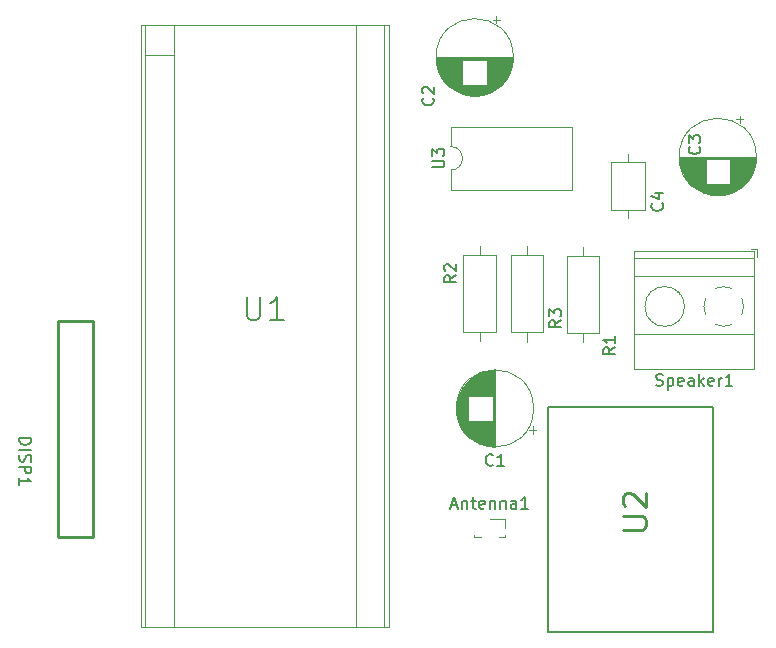
<source format=gbr>
%TF.GenerationSoftware,KiCad,Pcbnew,7.0.5*%
%TF.CreationDate,2023-06-30T21:32:19-07:00*%
%TF.ProjectId,ECE 299 - Radio Clock,45434520-3239-4392-902d-20526164696f,rev?*%
%TF.SameCoordinates,Original*%
%TF.FileFunction,Legend,Top*%
%TF.FilePolarity,Positive*%
%FSLAX46Y46*%
G04 Gerber Fmt 4.6, Leading zero omitted, Abs format (unit mm)*
G04 Created by KiCad (PCBNEW 7.0.5) date 2023-06-30 21:32:19*
%MOMM*%
%LPD*%
G01*
G04 APERTURE LIST*
%ADD10C,0.150000*%
%ADD11C,0.250000*%
%ADD12C,0.120000*%
G04 APERTURE END LIST*
D10*
%TO.C,Speaker1*%
X180443904Y-79311200D02*
X180586761Y-79358819D01*
X180586761Y-79358819D02*
X180824856Y-79358819D01*
X180824856Y-79358819D02*
X180920094Y-79311200D01*
X180920094Y-79311200D02*
X180967713Y-79263580D01*
X180967713Y-79263580D02*
X181015332Y-79168342D01*
X181015332Y-79168342D02*
X181015332Y-79073104D01*
X181015332Y-79073104D02*
X180967713Y-78977866D01*
X180967713Y-78977866D02*
X180920094Y-78930247D01*
X180920094Y-78930247D02*
X180824856Y-78882628D01*
X180824856Y-78882628D02*
X180634380Y-78835009D01*
X180634380Y-78835009D02*
X180539142Y-78787390D01*
X180539142Y-78787390D02*
X180491523Y-78739771D01*
X180491523Y-78739771D02*
X180443904Y-78644533D01*
X180443904Y-78644533D02*
X180443904Y-78549295D01*
X180443904Y-78549295D02*
X180491523Y-78454057D01*
X180491523Y-78454057D02*
X180539142Y-78406438D01*
X180539142Y-78406438D02*
X180634380Y-78358819D01*
X180634380Y-78358819D02*
X180872475Y-78358819D01*
X180872475Y-78358819D02*
X181015332Y-78406438D01*
X181443904Y-78692152D02*
X181443904Y-79692152D01*
X181443904Y-78739771D02*
X181539142Y-78692152D01*
X181539142Y-78692152D02*
X181729618Y-78692152D01*
X181729618Y-78692152D02*
X181824856Y-78739771D01*
X181824856Y-78739771D02*
X181872475Y-78787390D01*
X181872475Y-78787390D02*
X181920094Y-78882628D01*
X181920094Y-78882628D02*
X181920094Y-79168342D01*
X181920094Y-79168342D02*
X181872475Y-79263580D01*
X181872475Y-79263580D02*
X181824856Y-79311200D01*
X181824856Y-79311200D02*
X181729618Y-79358819D01*
X181729618Y-79358819D02*
X181539142Y-79358819D01*
X181539142Y-79358819D02*
X181443904Y-79311200D01*
X182729618Y-79311200D02*
X182634380Y-79358819D01*
X182634380Y-79358819D02*
X182443904Y-79358819D01*
X182443904Y-79358819D02*
X182348666Y-79311200D01*
X182348666Y-79311200D02*
X182301047Y-79215961D01*
X182301047Y-79215961D02*
X182301047Y-78835009D01*
X182301047Y-78835009D02*
X182348666Y-78739771D01*
X182348666Y-78739771D02*
X182443904Y-78692152D01*
X182443904Y-78692152D02*
X182634380Y-78692152D01*
X182634380Y-78692152D02*
X182729618Y-78739771D01*
X182729618Y-78739771D02*
X182777237Y-78835009D01*
X182777237Y-78835009D02*
X182777237Y-78930247D01*
X182777237Y-78930247D02*
X182301047Y-79025485D01*
X183634380Y-79358819D02*
X183634380Y-78835009D01*
X183634380Y-78835009D02*
X183586761Y-78739771D01*
X183586761Y-78739771D02*
X183491523Y-78692152D01*
X183491523Y-78692152D02*
X183301047Y-78692152D01*
X183301047Y-78692152D02*
X183205809Y-78739771D01*
X183634380Y-79311200D02*
X183539142Y-79358819D01*
X183539142Y-79358819D02*
X183301047Y-79358819D01*
X183301047Y-79358819D02*
X183205809Y-79311200D01*
X183205809Y-79311200D02*
X183158190Y-79215961D01*
X183158190Y-79215961D02*
X183158190Y-79120723D01*
X183158190Y-79120723D02*
X183205809Y-79025485D01*
X183205809Y-79025485D02*
X183301047Y-78977866D01*
X183301047Y-78977866D02*
X183539142Y-78977866D01*
X183539142Y-78977866D02*
X183634380Y-78930247D01*
X184110571Y-79358819D02*
X184110571Y-78358819D01*
X184205809Y-78977866D02*
X184491523Y-79358819D01*
X184491523Y-78692152D02*
X184110571Y-79073104D01*
X185301047Y-79311200D02*
X185205809Y-79358819D01*
X185205809Y-79358819D02*
X185015333Y-79358819D01*
X185015333Y-79358819D02*
X184920095Y-79311200D01*
X184920095Y-79311200D02*
X184872476Y-79215961D01*
X184872476Y-79215961D02*
X184872476Y-78835009D01*
X184872476Y-78835009D02*
X184920095Y-78739771D01*
X184920095Y-78739771D02*
X185015333Y-78692152D01*
X185015333Y-78692152D02*
X185205809Y-78692152D01*
X185205809Y-78692152D02*
X185301047Y-78739771D01*
X185301047Y-78739771D02*
X185348666Y-78835009D01*
X185348666Y-78835009D02*
X185348666Y-78930247D01*
X185348666Y-78930247D02*
X184872476Y-79025485D01*
X185777238Y-79358819D02*
X185777238Y-78692152D01*
X185777238Y-78882628D02*
X185824857Y-78787390D01*
X185824857Y-78787390D02*
X185872476Y-78739771D01*
X185872476Y-78739771D02*
X185967714Y-78692152D01*
X185967714Y-78692152D02*
X186062952Y-78692152D01*
X186920095Y-79358819D02*
X186348667Y-79358819D01*
X186634381Y-79358819D02*
X186634381Y-78358819D01*
X186634381Y-78358819D02*
X186539143Y-78501676D01*
X186539143Y-78501676D02*
X186443905Y-78596914D01*
X186443905Y-78596914D02*
X186348667Y-78644533D01*
%TO.C,C1*%
X166643713Y-86039580D02*
X166596094Y-86087200D01*
X166596094Y-86087200D02*
X166453237Y-86134819D01*
X166453237Y-86134819D02*
X166357999Y-86134819D01*
X166357999Y-86134819D02*
X166215142Y-86087200D01*
X166215142Y-86087200D02*
X166119904Y-85991961D01*
X166119904Y-85991961D02*
X166072285Y-85896723D01*
X166072285Y-85896723D02*
X166024666Y-85706247D01*
X166024666Y-85706247D02*
X166024666Y-85563390D01*
X166024666Y-85563390D02*
X166072285Y-85372914D01*
X166072285Y-85372914D02*
X166119904Y-85277676D01*
X166119904Y-85277676D02*
X166215142Y-85182438D01*
X166215142Y-85182438D02*
X166357999Y-85134819D01*
X166357999Y-85134819D02*
X166453237Y-85134819D01*
X166453237Y-85134819D02*
X166596094Y-85182438D01*
X166596094Y-85182438D02*
X166643713Y-85230057D01*
X167596094Y-86134819D02*
X167024666Y-86134819D01*
X167310380Y-86134819D02*
X167310380Y-85134819D01*
X167310380Y-85134819D02*
X167215142Y-85277676D01*
X167215142Y-85277676D02*
X167119904Y-85372914D01*
X167119904Y-85372914D02*
X167024666Y-85420533D01*
%TO.C,R3*%
X172412819Y-73826666D02*
X171936628Y-74159999D01*
X172412819Y-74398094D02*
X171412819Y-74398094D01*
X171412819Y-74398094D02*
X171412819Y-74017142D01*
X171412819Y-74017142D02*
X171460438Y-73921904D01*
X171460438Y-73921904D02*
X171508057Y-73874285D01*
X171508057Y-73874285D02*
X171603295Y-73826666D01*
X171603295Y-73826666D02*
X171746152Y-73826666D01*
X171746152Y-73826666D02*
X171841390Y-73874285D01*
X171841390Y-73874285D02*
X171889009Y-73921904D01*
X171889009Y-73921904D02*
X171936628Y-74017142D01*
X171936628Y-74017142D02*
X171936628Y-74398094D01*
X171412819Y-73493332D02*
X171412819Y-72874285D01*
X171412819Y-72874285D02*
X171793771Y-73207618D01*
X171793771Y-73207618D02*
X171793771Y-73064761D01*
X171793771Y-73064761D02*
X171841390Y-72969523D01*
X171841390Y-72969523D02*
X171889009Y-72921904D01*
X171889009Y-72921904D02*
X171984247Y-72874285D01*
X171984247Y-72874285D02*
X172222342Y-72874285D01*
X172222342Y-72874285D02*
X172317580Y-72921904D01*
X172317580Y-72921904D02*
X172365200Y-72969523D01*
X172365200Y-72969523D02*
X172412819Y-73064761D01*
X172412819Y-73064761D02*
X172412819Y-73350475D01*
X172412819Y-73350475D02*
X172365200Y-73445713D01*
X172365200Y-73445713D02*
X172317580Y-73493332D01*
%TO.C,R2*%
X163522819Y-70016666D02*
X163046628Y-70349999D01*
X163522819Y-70588094D02*
X162522819Y-70588094D01*
X162522819Y-70588094D02*
X162522819Y-70207142D01*
X162522819Y-70207142D02*
X162570438Y-70111904D01*
X162570438Y-70111904D02*
X162618057Y-70064285D01*
X162618057Y-70064285D02*
X162713295Y-70016666D01*
X162713295Y-70016666D02*
X162856152Y-70016666D01*
X162856152Y-70016666D02*
X162951390Y-70064285D01*
X162951390Y-70064285D02*
X162999009Y-70111904D01*
X162999009Y-70111904D02*
X163046628Y-70207142D01*
X163046628Y-70207142D02*
X163046628Y-70588094D01*
X162618057Y-69635713D02*
X162570438Y-69588094D01*
X162570438Y-69588094D02*
X162522819Y-69492856D01*
X162522819Y-69492856D02*
X162522819Y-69254761D01*
X162522819Y-69254761D02*
X162570438Y-69159523D01*
X162570438Y-69159523D02*
X162618057Y-69111904D01*
X162618057Y-69111904D02*
X162713295Y-69064285D01*
X162713295Y-69064285D02*
X162808533Y-69064285D01*
X162808533Y-69064285D02*
X162951390Y-69111904D01*
X162951390Y-69111904D02*
X163522819Y-69683332D01*
X163522819Y-69683332D02*
X163522819Y-69064285D01*
D11*
%TO.C,U2*%
X177626638Y-91541409D02*
X179245685Y-91541409D01*
X179245685Y-91541409D02*
X179436161Y-91446171D01*
X179436161Y-91446171D02*
X179531400Y-91350933D01*
X179531400Y-91350933D02*
X179626638Y-91160457D01*
X179626638Y-91160457D02*
X179626638Y-90779504D01*
X179626638Y-90779504D02*
X179531400Y-90589028D01*
X179531400Y-90589028D02*
X179436161Y-90493790D01*
X179436161Y-90493790D02*
X179245685Y-90398552D01*
X179245685Y-90398552D02*
X177626638Y-90398552D01*
X177817114Y-89541409D02*
X177721876Y-89446171D01*
X177721876Y-89446171D02*
X177626638Y-89255695D01*
X177626638Y-89255695D02*
X177626638Y-88779504D01*
X177626638Y-88779504D02*
X177721876Y-88589028D01*
X177721876Y-88589028D02*
X177817114Y-88493790D01*
X177817114Y-88493790D02*
X178007590Y-88398552D01*
X178007590Y-88398552D02*
X178198066Y-88398552D01*
X178198066Y-88398552D02*
X178483780Y-88493790D01*
X178483780Y-88493790D02*
X179626638Y-89636647D01*
X179626638Y-89636647D02*
X179626638Y-88398552D01*
D10*
%TO.C,C3*%
X184110247Y-59109353D02*
X184157867Y-59156972D01*
X184157867Y-59156972D02*
X184205486Y-59299829D01*
X184205486Y-59299829D02*
X184205486Y-59395067D01*
X184205486Y-59395067D02*
X184157867Y-59537924D01*
X184157867Y-59537924D02*
X184062628Y-59633162D01*
X184062628Y-59633162D02*
X183967390Y-59680781D01*
X183967390Y-59680781D02*
X183776914Y-59728400D01*
X183776914Y-59728400D02*
X183634057Y-59728400D01*
X183634057Y-59728400D02*
X183443581Y-59680781D01*
X183443581Y-59680781D02*
X183348343Y-59633162D01*
X183348343Y-59633162D02*
X183253105Y-59537924D01*
X183253105Y-59537924D02*
X183205486Y-59395067D01*
X183205486Y-59395067D02*
X183205486Y-59299829D01*
X183205486Y-59299829D02*
X183253105Y-59156972D01*
X183253105Y-59156972D02*
X183300724Y-59109353D01*
X183205486Y-58776019D02*
X183205486Y-58156972D01*
X183205486Y-58156972D02*
X183586438Y-58490305D01*
X183586438Y-58490305D02*
X183586438Y-58347448D01*
X183586438Y-58347448D02*
X183634057Y-58252210D01*
X183634057Y-58252210D02*
X183681676Y-58204591D01*
X183681676Y-58204591D02*
X183776914Y-58156972D01*
X183776914Y-58156972D02*
X184015009Y-58156972D01*
X184015009Y-58156972D02*
X184110247Y-58204591D01*
X184110247Y-58204591D02*
X184157867Y-58252210D01*
X184157867Y-58252210D02*
X184205486Y-58347448D01*
X184205486Y-58347448D02*
X184205486Y-58633162D01*
X184205486Y-58633162D02*
X184157867Y-58728400D01*
X184157867Y-58728400D02*
X184110247Y-58776019D01*
%TO.C,DISP1*%
X126545180Y-83772619D02*
X127545180Y-83772619D01*
X127545180Y-83772619D02*
X127545180Y-84010714D01*
X127545180Y-84010714D02*
X127497561Y-84153571D01*
X127497561Y-84153571D02*
X127402323Y-84248809D01*
X127402323Y-84248809D02*
X127307085Y-84296428D01*
X127307085Y-84296428D02*
X127116609Y-84344047D01*
X127116609Y-84344047D02*
X126973752Y-84344047D01*
X126973752Y-84344047D02*
X126783276Y-84296428D01*
X126783276Y-84296428D02*
X126688038Y-84248809D01*
X126688038Y-84248809D02*
X126592800Y-84153571D01*
X126592800Y-84153571D02*
X126545180Y-84010714D01*
X126545180Y-84010714D02*
X126545180Y-83772619D01*
X126545180Y-84772619D02*
X127545180Y-84772619D01*
X126592800Y-85201190D02*
X126545180Y-85344047D01*
X126545180Y-85344047D02*
X126545180Y-85582142D01*
X126545180Y-85582142D02*
X126592800Y-85677380D01*
X126592800Y-85677380D02*
X126640419Y-85724999D01*
X126640419Y-85724999D02*
X126735657Y-85772618D01*
X126735657Y-85772618D02*
X126830895Y-85772618D01*
X126830895Y-85772618D02*
X126926133Y-85724999D01*
X126926133Y-85724999D02*
X126973752Y-85677380D01*
X126973752Y-85677380D02*
X127021371Y-85582142D01*
X127021371Y-85582142D02*
X127068990Y-85391666D01*
X127068990Y-85391666D02*
X127116609Y-85296428D01*
X127116609Y-85296428D02*
X127164228Y-85248809D01*
X127164228Y-85248809D02*
X127259466Y-85201190D01*
X127259466Y-85201190D02*
X127354704Y-85201190D01*
X127354704Y-85201190D02*
X127449942Y-85248809D01*
X127449942Y-85248809D02*
X127497561Y-85296428D01*
X127497561Y-85296428D02*
X127545180Y-85391666D01*
X127545180Y-85391666D02*
X127545180Y-85629761D01*
X127545180Y-85629761D02*
X127497561Y-85772618D01*
X126545180Y-86201190D02*
X127545180Y-86201190D01*
X127545180Y-86201190D02*
X127545180Y-86582142D01*
X127545180Y-86582142D02*
X127497561Y-86677380D01*
X127497561Y-86677380D02*
X127449942Y-86724999D01*
X127449942Y-86724999D02*
X127354704Y-86772618D01*
X127354704Y-86772618D02*
X127211847Y-86772618D01*
X127211847Y-86772618D02*
X127116609Y-86724999D01*
X127116609Y-86724999D02*
X127068990Y-86677380D01*
X127068990Y-86677380D02*
X127021371Y-86582142D01*
X127021371Y-86582142D02*
X127021371Y-86201190D01*
X126545180Y-87724999D02*
X126545180Y-87153571D01*
X126545180Y-87439285D02*
X127545180Y-87439285D01*
X127545180Y-87439285D02*
X127402323Y-87344047D01*
X127402323Y-87344047D02*
X127307085Y-87248809D01*
X127307085Y-87248809D02*
X127259466Y-87153571D01*
%TO.C,C2*%
X161547980Y-54990666D02*
X161595600Y-55038285D01*
X161595600Y-55038285D02*
X161643219Y-55181142D01*
X161643219Y-55181142D02*
X161643219Y-55276380D01*
X161643219Y-55276380D02*
X161595600Y-55419237D01*
X161595600Y-55419237D02*
X161500361Y-55514475D01*
X161500361Y-55514475D02*
X161405123Y-55562094D01*
X161405123Y-55562094D02*
X161214647Y-55609713D01*
X161214647Y-55609713D02*
X161071790Y-55609713D01*
X161071790Y-55609713D02*
X160881314Y-55562094D01*
X160881314Y-55562094D02*
X160786076Y-55514475D01*
X160786076Y-55514475D02*
X160690838Y-55419237D01*
X160690838Y-55419237D02*
X160643219Y-55276380D01*
X160643219Y-55276380D02*
X160643219Y-55181142D01*
X160643219Y-55181142D02*
X160690838Y-55038285D01*
X160690838Y-55038285D02*
X160738457Y-54990666D01*
X160738457Y-54609713D02*
X160690838Y-54562094D01*
X160690838Y-54562094D02*
X160643219Y-54466856D01*
X160643219Y-54466856D02*
X160643219Y-54228761D01*
X160643219Y-54228761D02*
X160690838Y-54133523D01*
X160690838Y-54133523D02*
X160738457Y-54085904D01*
X160738457Y-54085904D02*
X160833695Y-54038285D01*
X160833695Y-54038285D02*
X160928933Y-54038285D01*
X160928933Y-54038285D02*
X161071790Y-54085904D01*
X161071790Y-54085904D02*
X161643219Y-54657332D01*
X161643219Y-54657332D02*
X161643219Y-54038285D01*
%TO.C,U1*%
X145796190Y-71815438D02*
X145796190Y-73434485D01*
X145796190Y-73434485D02*
X145891428Y-73624961D01*
X145891428Y-73624961D02*
X145986666Y-73720200D01*
X145986666Y-73720200D02*
X146177142Y-73815438D01*
X146177142Y-73815438D02*
X146558095Y-73815438D01*
X146558095Y-73815438D02*
X146748571Y-73720200D01*
X146748571Y-73720200D02*
X146843809Y-73624961D01*
X146843809Y-73624961D02*
X146939047Y-73434485D01*
X146939047Y-73434485D02*
X146939047Y-71815438D01*
X148939047Y-73815438D02*
X147796190Y-73815438D01*
X148367618Y-73815438D02*
X148367618Y-71815438D01*
X148367618Y-71815438D02*
X148177142Y-72101152D01*
X148177142Y-72101152D02*
X147986666Y-72291628D01*
X147986666Y-72291628D02*
X147796190Y-72386866D01*
%TO.C,R1*%
X176984819Y-76112666D02*
X176508628Y-76445999D01*
X176984819Y-76684094D02*
X175984819Y-76684094D01*
X175984819Y-76684094D02*
X175984819Y-76303142D01*
X175984819Y-76303142D02*
X176032438Y-76207904D01*
X176032438Y-76207904D02*
X176080057Y-76160285D01*
X176080057Y-76160285D02*
X176175295Y-76112666D01*
X176175295Y-76112666D02*
X176318152Y-76112666D01*
X176318152Y-76112666D02*
X176413390Y-76160285D01*
X176413390Y-76160285D02*
X176461009Y-76207904D01*
X176461009Y-76207904D02*
X176508628Y-76303142D01*
X176508628Y-76303142D02*
X176508628Y-76684094D01*
X176984819Y-75160285D02*
X176984819Y-75731713D01*
X176984819Y-75445999D02*
X175984819Y-75445999D01*
X175984819Y-75445999D02*
X176127676Y-75541237D01*
X176127676Y-75541237D02*
X176222914Y-75636475D01*
X176222914Y-75636475D02*
X176270533Y-75731713D01*
%TO.C,C4*%
X180953580Y-63920666D02*
X181001200Y-63968285D01*
X181001200Y-63968285D02*
X181048819Y-64111142D01*
X181048819Y-64111142D02*
X181048819Y-64206380D01*
X181048819Y-64206380D02*
X181001200Y-64349237D01*
X181001200Y-64349237D02*
X180905961Y-64444475D01*
X180905961Y-64444475D02*
X180810723Y-64492094D01*
X180810723Y-64492094D02*
X180620247Y-64539713D01*
X180620247Y-64539713D02*
X180477390Y-64539713D01*
X180477390Y-64539713D02*
X180286914Y-64492094D01*
X180286914Y-64492094D02*
X180191676Y-64444475D01*
X180191676Y-64444475D02*
X180096438Y-64349237D01*
X180096438Y-64349237D02*
X180048819Y-64206380D01*
X180048819Y-64206380D02*
X180048819Y-64111142D01*
X180048819Y-64111142D02*
X180096438Y-63968285D01*
X180096438Y-63968285D02*
X180144057Y-63920666D01*
X180382152Y-63063523D02*
X181048819Y-63063523D01*
X180001200Y-63301618D02*
X180715485Y-63539713D01*
X180715485Y-63539713D02*
X180715485Y-62920666D01*
%TO.C,U3*%
X161516799Y-60861484D02*
X162326322Y-60861484D01*
X162326322Y-60861484D02*
X162421560Y-60813865D01*
X162421560Y-60813865D02*
X162469180Y-60766246D01*
X162469180Y-60766246D02*
X162516799Y-60671008D01*
X162516799Y-60671008D02*
X162516799Y-60480532D01*
X162516799Y-60480532D02*
X162469180Y-60385294D01*
X162469180Y-60385294D02*
X162421560Y-60337675D01*
X162421560Y-60337675D02*
X162326322Y-60290056D01*
X162326322Y-60290056D02*
X161516799Y-60290056D01*
X161516799Y-59909103D02*
X161516799Y-59290056D01*
X161516799Y-59290056D02*
X161897751Y-59623389D01*
X161897751Y-59623389D02*
X161897751Y-59480532D01*
X161897751Y-59480532D02*
X161945370Y-59385294D01*
X161945370Y-59385294D02*
X161992989Y-59337675D01*
X161992989Y-59337675D02*
X162088227Y-59290056D01*
X162088227Y-59290056D02*
X162326322Y-59290056D01*
X162326322Y-59290056D02*
X162421560Y-59337675D01*
X162421560Y-59337675D02*
X162469180Y-59385294D01*
X162469180Y-59385294D02*
X162516799Y-59480532D01*
X162516799Y-59480532D02*
X162516799Y-59766246D01*
X162516799Y-59766246D02*
X162469180Y-59861484D01*
X162469180Y-59861484D02*
X162421560Y-59909103D01*
%TO.C,Antenna1*%
X163132904Y-89474104D02*
X163609094Y-89474104D01*
X163037666Y-89759819D02*
X163370999Y-88759819D01*
X163370999Y-88759819D02*
X163704332Y-89759819D01*
X164037666Y-89093152D02*
X164037666Y-89759819D01*
X164037666Y-89188390D02*
X164085285Y-89140771D01*
X164085285Y-89140771D02*
X164180523Y-89093152D01*
X164180523Y-89093152D02*
X164323380Y-89093152D01*
X164323380Y-89093152D02*
X164418618Y-89140771D01*
X164418618Y-89140771D02*
X164466237Y-89236009D01*
X164466237Y-89236009D02*
X164466237Y-89759819D01*
X164799571Y-89093152D02*
X165180523Y-89093152D01*
X164942428Y-88759819D02*
X164942428Y-89616961D01*
X164942428Y-89616961D02*
X164990047Y-89712200D01*
X164990047Y-89712200D02*
X165085285Y-89759819D01*
X165085285Y-89759819D02*
X165180523Y-89759819D01*
X165894809Y-89712200D02*
X165799571Y-89759819D01*
X165799571Y-89759819D02*
X165609095Y-89759819D01*
X165609095Y-89759819D02*
X165513857Y-89712200D01*
X165513857Y-89712200D02*
X165466238Y-89616961D01*
X165466238Y-89616961D02*
X165466238Y-89236009D01*
X165466238Y-89236009D02*
X165513857Y-89140771D01*
X165513857Y-89140771D02*
X165609095Y-89093152D01*
X165609095Y-89093152D02*
X165799571Y-89093152D01*
X165799571Y-89093152D02*
X165894809Y-89140771D01*
X165894809Y-89140771D02*
X165942428Y-89236009D01*
X165942428Y-89236009D02*
X165942428Y-89331247D01*
X165942428Y-89331247D02*
X165466238Y-89426485D01*
X166371000Y-89093152D02*
X166371000Y-89759819D01*
X166371000Y-89188390D02*
X166418619Y-89140771D01*
X166418619Y-89140771D02*
X166513857Y-89093152D01*
X166513857Y-89093152D02*
X166656714Y-89093152D01*
X166656714Y-89093152D02*
X166751952Y-89140771D01*
X166751952Y-89140771D02*
X166799571Y-89236009D01*
X166799571Y-89236009D02*
X166799571Y-89759819D01*
X167275762Y-89093152D02*
X167275762Y-89759819D01*
X167275762Y-89188390D02*
X167323381Y-89140771D01*
X167323381Y-89140771D02*
X167418619Y-89093152D01*
X167418619Y-89093152D02*
X167561476Y-89093152D01*
X167561476Y-89093152D02*
X167656714Y-89140771D01*
X167656714Y-89140771D02*
X167704333Y-89236009D01*
X167704333Y-89236009D02*
X167704333Y-89759819D01*
X168609095Y-89759819D02*
X168609095Y-89236009D01*
X168609095Y-89236009D02*
X168561476Y-89140771D01*
X168561476Y-89140771D02*
X168466238Y-89093152D01*
X168466238Y-89093152D02*
X168275762Y-89093152D01*
X168275762Y-89093152D02*
X168180524Y-89140771D01*
X168609095Y-89712200D02*
X168513857Y-89759819D01*
X168513857Y-89759819D02*
X168275762Y-89759819D01*
X168275762Y-89759819D02*
X168180524Y-89712200D01*
X168180524Y-89712200D02*
X168132905Y-89616961D01*
X168132905Y-89616961D02*
X168132905Y-89521723D01*
X168132905Y-89521723D02*
X168180524Y-89426485D01*
X168180524Y-89426485D02*
X168275762Y-89378866D01*
X168275762Y-89378866D02*
X168513857Y-89378866D01*
X168513857Y-89378866D02*
X168609095Y-89331247D01*
X169609095Y-89759819D02*
X169037667Y-89759819D01*
X169323381Y-89759819D02*
X169323381Y-88759819D01*
X169323381Y-88759819D02*
X169228143Y-88902676D01*
X169228143Y-88902676D02*
X169132905Y-88997914D01*
X169132905Y-88997914D02*
X169037667Y-89045533D01*
D12*
%TO.C,Speaker1*%
X188742000Y-77905000D02*
X178622000Y-77905000D01*
X188982000Y-67744000D02*
X188482000Y-67744000D01*
X188742000Y-67984000D02*
X178622000Y-67984000D01*
X182409000Y-71621000D02*
X182456000Y-71575000D01*
X188742000Y-70044000D02*
X178622000Y-70044000D01*
X182216000Y-71405000D02*
X182251000Y-71370000D01*
X188982000Y-68484000D02*
X188982000Y-67744000D01*
X188742000Y-77905000D02*
X188742000Y-67984000D01*
X178622000Y-77905000D02*
X178622000Y-67984000D01*
X179907000Y-73713000D02*
X179954000Y-73667000D01*
X180112000Y-73919000D02*
X180147000Y-73883000D01*
X188742000Y-74945000D02*
X178622000Y-74945000D01*
X188742000Y-68544000D02*
X178622000Y-68544000D01*
X184647000Y-71960000D02*
G75*
G03*
X184646574Y-73327042I1535000J-684000D01*
G01*
X186866000Y-71109001D02*
G75*
G03*
X186153195Y-70963748I-683999J-1535000D01*
G01*
X186182000Y-70964001D02*
G75*
G03*
X185498682Y-71109245I0J-1679999D01*
G01*
X187716999Y-73327999D02*
G75*
G03*
X187717426Y-71960958I-1534992J684000D01*
G01*
X185498001Y-74178999D02*
G75*
G03*
X186865042Y-74179426I684000J1534992D01*
G01*
X182862000Y-72644000D02*
G75*
G03*
X182862000Y-72644000I-1680000J0D01*
G01*
%TO.C,C1*%
X164809380Y-80240000D02*
X164809380Y-78732000D01*
X165329380Y-80240000D02*
X165329380Y-78404000D01*
X165729380Y-84327000D02*
X165729380Y-82320000D01*
X164169380Y-83170000D02*
X164169380Y-79390000D01*
X166009380Y-84411000D02*
X166009380Y-82320000D01*
X166730380Y-84510000D02*
X166730380Y-78050000D01*
X165929380Y-80240000D02*
X165929380Y-78170000D01*
X165809380Y-80240000D02*
X165809380Y-78206000D01*
X166770380Y-84510000D02*
X166770380Y-78050000D01*
X164129380Y-83114000D02*
X164129380Y-79446000D01*
X164249380Y-83275000D02*
X164249380Y-79285000D01*
X166250380Y-80240000D02*
X166250380Y-78098000D01*
X165209380Y-80240000D02*
X165209380Y-78468000D01*
X165289380Y-84136000D02*
X165289380Y-82320000D01*
X164529380Y-83585000D02*
X164529380Y-82320000D01*
X166250380Y-84462000D02*
X166250380Y-82320000D01*
X163649380Y-82082000D02*
X163649380Y-80478000D01*
X166690380Y-84508000D02*
X166690380Y-78052000D01*
X165169380Y-80240000D02*
X165169380Y-78490000D01*
X170310621Y-83119000D02*
X169680621Y-83119000D01*
X165089380Y-80240000D02*
X165089380Y-78538000D01*
X163569380Y-81682000D02*
X163569380Y-80878000D01*
X166170380Y-80240000D02*
X166170380Y-78113000D01*
X165569380Y-80240000D02*
X165569380Y-78294000D01*
X165209380Y-84092000D02*
X165209380Y-82320000D01*
X165049380Y-80240000D02*
X165049380Y-78564000D01*
X166290380Y-80240000D02*
X166290380Y-78091000D01*
X163929380Y-82789000D02*
X163929380Y-79771000D01*
X164449380Y-83504000D02*
X164449380Y-79056000D01*
X165649380Y-80240000D02*
X165649380Y-78262000D01*
X164729380Y-83764000D02*
X164729380Y-82320000D01*
X164009380Y-82930000D02*
X164009380Y-79630000D01*
X166210380Y-80240000D02*
X166210380Y-78105000D01*
X166530380Y-80240000D02*
X166530380Y-78062000D01*
X164969380Y-83944000D02*
X164969380Y-82320000D01*
X163889380Y-82712000D02*
X163889380Y-79848000D01*
X166370380Y-84481000D02*
X166370380Y-82320000D01*
X165249380Y-84114000D02*
X165249380Y-82320000D01*
X166009380Y-80240000D02*
X166009380Y-78149000D01*
X166570380Y-84502000D02*
X166570380Y-82320000D01*
X164649380Y-83696000D02*
X164649380Y-82320000D01*
X165009380Y-83970000D02*
X165009380Y-82320000D01*
X164089380Y-83056000D02*
X164089380Y-79504000D01*
X164929380Y-80240000D02*
X164929380Y-78644000D01*
X163609380Y-81913000D02*
X163609380Y-80647000D01*
X164529380Y-80240000D02*
X164529380Y-78975000D01*
X164849380Y-80240000D02*
X164849380Y-78702000D01*
X166490380Y-80240000D02*
X166490380Y-78065000D01*
X165529380Y-84250000D02*
X165529380Y-82320000D01*
X166490380Y-84495000D02*
X166490380Y-82320000D01*
X165169380Y-84070000D02*
X165169380Y-82320000D01*
X165489380Y-84232000D02*
X165489380Y-82320000D01*
X165129380Y-80240000D02*
X165129380Y-78514000D01*
X164369380Y-83417000D02*
X164369380Y-79143000D01*
X164889380Y-83887000D02*
X164889380Y-82320000D01*
X166049380Y-80240000D02*
X166049380Y-78139000D01*
X165529380Y-80240000D02*
X165529380Y-78310000D01*
X165409380Y-80240000D02*
X165409380Y-78364000D01*
X164289380Y-83324000D02*
X164289380Y-79236000D01*
X164329380Y-83372000D02*
X164329380Y-79188000D01*
X165489380Y-80240000D02*
X165489380Y-78328000D01*
X164569380Y-83623000D02*
X164569380Y-82320000D01*
X165849380Y-80240000D02*
X165849380Y-78194000D01*
X163849380Y-82630000D02*
X163849380Y-79930000D01*
X166089380Y-84430000D02*
X166089380Y-82320000D01*
X165449380Y-84214000D02*
X165449380Y-82320000D01*
X164569380Y-80240000D02*
X164569380Y-78937000D01*
X165649380Y-84298000D02*
X165649380Y-82320000D01*
X165289380Y-80240000D02*
X165289380Y-78424000D01*
X166330380Y-80240000D02*
X166330380Y-78085000D01*
X165929380Y-84390000D02*
X165929380Y-82320000D01*
X164889380Y-80240000D02*
X164889380Y-78673000D01*
X164649380Y-80240000D02*
X164649380Y-78864000D01*
X165689380Y-84313000D02*
X165689380Y-82320000D01*
X166089380Y-80240000D02*
X166089380Y-78130000D01*
X169995621Y-83434000D02*
X169995621Y-82804000D01*
X165249380Y-80240000D02*
X165249380Y-78446000D01*
X164049380Y-82994000D02*
X164049380Y-79566000D01*
X164609380Y-83660000D02*
X164609380Y-82320000D01*
X163969380Y-82861000D02*
X163969380Y-79699000D01*
X166210380Y-84455000D02*
X166210380Y-82320000D01*
X163729380Y-82339000D02*
X163729380Y-80221000D01*
X163689380Y-82220000D02*
X163689380Y-80340000D01*
X166370380Y-80240000D02*
X166370380Y-78079000D01*
X165369380Y-84176000D02*
X165369380Y-82320000D01*
X165769380Y-80240000D02*
X165769380Y-78219000D01*
X166290380Y-84469000D02*
X166290380Y-82320000D01*
X166130380Y-84439000D02*
X166130380Y-82320000D01*
X165889380Y-84378000D02*
X165889380Y-82320000D01*
X166810380Y-84510000D02*
X166810380Y-78050000D01*
X165969380Y-80240000D02*
X165969380Y-78159000D01*
X165129380Y-84046000D02*
X165129380Y-82320000D01*
X165969380Y-84401000D02*
X165969380Y-82320000D01*
X165689380Y-80240000D02*
X165689380Y-78247000D01*
X166049380Y-84421000D02*
X166049380Y-82320000D01*
X166530380Y-84498000D02*
X166530380Y-82320000D01*
X164689380Y-83730000D02*
X164689380Y-82320000D01*
X164489380Y-83545000D02*
X164489380Y-79015000D01*
X165369380Y-80240000D02*
X165369380Y-78384000D01*
X164849380Y-83858000D02*
X164849380Y-82320000D01*
X166570380Y-80240000D02*
X166570380Y-78058000D01*
X165849380Y-84366000D02*
X165849380Y-82320000D01*
X165889380Y-80240000D02*
X165889380Y-78182000D01*
X163769380Y-82445000D02*
X163769380Y-80115000D01*
X164929380Y-83916000D02*
X164929380Y-82320000D01*
X164769380Y-80240000D02*
X164769380Y-78764000D01*
X165729380Y-80240000D02*
X165729380Y-78233000D01*
X164409380Y-83462000D02*
X164409380Y-79098000D01*
X164209380Y-83224000D02*
X164209380Y-79336000D01*
X163809380Y-82542000D02*
X163809380Y-80018000D01*
X166410380Y-80240000D02*
X166410380Y-78074000D01*
X164609380Y-80240000D02*
X164609380Y-78900000D01*
X165089380Y-84022000D02*
X165089380Y-82320000D01*
X166170380Y-84447000D02*
X166170380Y-82320000D01*
X165449380Y-80240000D02*
X165449380Y-78346000D01*
X166650380Y-84507000D02*
X166650380Y-78053000D01*
X164729380Y-80240000D02*
X164729380Y-78796000D01*
X165009380Y-80240000D02*
X165009380Y-78590000D01*
X164809380Y-83828000D02*
X164809380Y-82320000D01*
X166450380Y-80240000D02*
X166450380Y-78069000D01*
X165329380Y-84156000D02*
X165329380Y-82320000D01*
X164969380Y-80240000D02*
X164969380Y-78616000D01*
X166410380Y-84486000D02*
X166410380Y-82320000D01*
X164769380Y-83796000D02*
X164769380Y-82320000D01*
X165569380Y-84266000D02*
X165569380Y-82320000D01*
X165809380Y-84354000D02*
X165809380Y-82320000D01*
X165769380Y-84341000D02*
X165769380Y-82320000D01*
X166450380Y-84491000D02*
X166450380Y-82320000D01*
X165609380Y-84282000D02*
X165609380Y-82320000D01*
X165609380Y-80240000D02*
X165609380Y-78278000D01*
X166330380Y-84475000D02*
X166330380Y-82320000D01*
X165409380Y-84196000D02*
X165409380Y-82320000D01*
X166130380Y-80240000D02*
X166130380Y-78121000D01*
X164689380Y-80240000D02*
X164689380Y-78830000D01*
X165049380Y-83996000D02*
X165049380Y-82320000D01*
X166610380Y-84504000D02*
X166610380Y-78056000D01*
X170080380Y-81280000D02*
G75*
G03*
X170080380Y-81280000I-3270000J0D01*
G01*
%TO.C,R3*%
X169522780Y-75617200D02*
X169522780Y-74847200D01*
X168152780Y-74847200D02*
X170892780Y-74847200D01*
X170892780Y-74847200D02*
X170892780Y-68307200D01*
X168152780Y-68307200D02*
X168152780Y-74847200D01*
X170892780Y-68307200D02*
X168152780Y-68307200D01*
X169522780Y-67537200D02*
X169522780Y-68307200D01*
%TO.C,R2*%
X165509580Y-67486400D02*
X165509580Y-68256400D01*
X166879580Y-68256400D02*
X164139580Y-68256400D01*
X164139580Y-68256400D02*
X164139580Y-74796400D01*
X166879580Y-74796400D02*
X166879580Y-68256400D01*
X164139580Y-74796400D02*
X166879580Y-74796400D01*
X165509580Y-75566400D02*
X165509580Y-74796400D01*
D10*
%TO.C,U2*%
X171308000Y-100178000D02*
X185308000Y-100178000D01*
X185308000Y-100178000D02*
X185308000Y-81178000D01*
X185308000Y-81178000D02*
X171308000Y-81178000D01*
X171308000Y-81178000D02*
X171308000Y-100178000D01*
D12*
%TO.C,C3*%
X187516887Y-56478446D02*
X187516887Y-57108446D01*
X187831887Y-56793446D02*
X187201887Y-56793446D01*
X188907887Y-59978687D02*
X182447887Y-59978687D01*
X188907887Y-60018687D02*
X182447887Y-60018687D01*
X188907887Y-60058687D02*
X182447887Y-60058687D01*
X188905887Y-60098687D02*
X182449887Y-60098687D01*
X188904887Y-60138687D02*
X182450887Y-60138687D01*
X188901887Y-60178687D02*
X182453887Y-60178687D01*
X188899887Y-60218687D02*
X186717887Y-60218687D01*
X184637887Y-60218687D02*
X182455887Y-60218687D01*
X188895887Y-60258687D02*
X186717887Y-60258687D01*
X184637887Y-60258687D02*
X182459887Y-60258687D01*
X188892887Y-60298687D02*
X186717887Y-60298687D01*
X184637887Y-60298687D02*
X182462887Y-60298687D01*
X188888887Y-60338687D02*
X186717887Y-60338687D01*
X184637887Y-60338687D02*
X182466887Y-60338687D01*
X188883887Y-60378687D02*
X186717887Y-60378687D01*
X184637887Y-60378687D02*
X182471887Y-60378687D01*
X188878887Y-60418687D02*
X186717887Y-60418687D01*
X184637887Y-60418687D02*
X182476887Y-60418687D01*
X188872887Y-60458687D02*
X186717887Y-60458687D01*
X184637887Y-60458687D02*
X182482887Y-60458687D01*
X188866887Y-60498687D02*
X186717887Y-60498687D01*
X184637887Y-60498687D02*
X182488887Y-60498687D01*
X188859887Y-60538687D02*
X186717887Y-60538687D01*
X184637887Y-60538687D02*
X182495887Y-60538687D01*
X188852887Y-60578687D02*
X186717887Y-60578687D01*
X184637887Y-60578687D02*
X182502887Y-60578687D01*
X188844887Y-60618687D02*
X186717887Y-60618687D01*
X184637887Y-60618687D02*
X182510887Y-60618687D01*
X188836887Y-60658687D02*
X186717887Y-60658687D01*
X184637887Y-60658687D02*
X182518887Y-60658687D01*
X188827887Y-60699687D02*
X186717887Y-60699687D01*
X184637887Y-60699687D02*
X182527887Y-60699687D01*
X188818887Y-60739687D02*
X186717887Y-60739687D01*
X184637887Y-60739687D02*
X182536887Y-60739687D01*
X188808887Y-60779687D02*
X186717887Y-60779687D01*
X184637887Y-60779687D02*
X182546887Y-60779687D01*
X188798887Y-60819687D02*
X186717887Y-60819687D01*
X184637887Y-60819687D02*
X182556887Y-60819687D01*
X188787887Y-60859687D02*
X186717887Y-60859687D01*
X184637887Y-60859687D02*
X182567887Y-60859687D01*
X188775887Y-60899687D02*
X186717887Y-60899687D01*
X184637887Y-60899687D02*
X182579887Y-60899687D01*
X188763887Y-60939687D02*
X186717887Y-60939687D01*
X184637887Y-60939687D02*
X182591887Y-60939687D01*
X188751887Y-60979687D02*
X186717887Y-60979687D01*
X184637887Y-60979687D02*
X182603887Y-60979687D01*
X188738887Y-61019687D02*
X186717887Y-61019687D01*
X184637887Y-61019687D02*
X182616887Y-61019687D01*
X188724887Y-61059687D02*
X186717887Y-61059687D01*
X184637887Y-61059687D02*
X182630887Y-61059687D01*
X188710887Y-61099687D02*
X186717887Y-61099687D01*
X184637887Y-61099687D02*
X182644887Y-61099687D01*
X188695887Y-61139687D02*
X186717887Y-61139687D01*
X184637887Y-61139687D02*
X182659887Y-61139687D01*
X188679887Y-61179687D02*
X186717887Y-61179687D01*
X184637887Y-61179687D02*
X182675887Y-61179687D01*
X188663887Y-61219687D02*
X186717887Y-61219687D01*
X184637887Y-61219687D02*
X182691887Y-61219687D01*
X188647887Y-61259687D02*
X186717887Y-61259687D01*
X184637887Y-61259687D02*
X182707887Y-61259687D01*
X188629887Y-61299687D02*
X186717887Y-61299687D01*
X184637887Y-61299687D02*
X182725887Y-61299687D01*
X188611887Y-61339687D02*
X186717887Y-61339687D01*
X184637887Y-61339687D02*
X182743887Y-61339687D01*
X188593887Y-61379687D02*
X186717887Y-61379687D01*
X184637887Y-61379687D02*
X182761887Y-61379687D01*
X188573887Y-61419687D02*
X186717887Y-61419687D01*
X184637887Y-61419687D02*
X182781887Y-61419687D01*
X188553887Y-61459687D02*
X186717887Y-61459687D01*
X184637887Y-61459687D02*
X182801887Y-61459687D01*
X188533887Y-61499687D02*
X186717887Y-61499687D01*
X184637887Y-61499687D02*
X182821887Y-61499687D01*
X188511887Y-61539687D02*
X186717887Y-61539687D01*
X184637887Y-61539687D02*
X182843887Y-61539687D01*
X188489887Y-61579687D02*
X186717887Y-61579687D01*
X184637887Y-61579687D02*
X182865887Y-61579687D01*
X188467887Y-61619687D02*
X186717887Y-61619687D01*
X184637887Y-61619687D02*
X182887887Y-61619687D01*
X188443887Y-61659687D02*
X186717887Y-61659687D01*
X184637887Y-61659687D02*
X182911887Y-61659687D01*
X188419887Y-61699687D02*
X186717887Y-61699687D01*
X184637887Y-61699687D02*
X182935887Y-61699687D01*
X188393887Y-61739687D02*
X186717887Y-61739687D01*
X184637887Y-61739687D02*
X182961887Y-61739687D01*
X188367887Y-61779687D02*
X186717887Y-61779687D01*
X184637887Y-61779687D02*
X182987887Y-61779687D01*
X188341887Y-61819687D02*
X186717887Y-61819687D01*
X184637887Y-61819687D02*
X183013887Y-61819687D01*
X188313887Y-61859687D02*
X186717887Y-61859687D01*
X184637887Y-61859687D02*
X183041887Y-61859687D01*
X188284887Y-61899687D02*
X186717887Y-61899687D01*
X184637887Y-61899687D02*
X183070887Y-61899687D01*
X188255887Y-61939687D02*
X186717887Y-61939687D01*
X184637887Y-61939687D02*
X183099887Y-61939687D01*
X188225887Y-61979687D02*
X186717887Y-61979687D01*
X184637887Y-61979687D02*
X183129887Y-61979687D01*
X188193887Y-62019687D02*
X186717887Y-62019687D01*
X184637887Y-62019687D02*
X183161887Y-62019687D01*
X188161887Y-62059687D02*
X186717887Y-62059687D01*
X184637887Y-62059687D02*
X183193887Y-62059687D01*
X188127887Y-62099687D02*
X186717887Y-62099687D01*
X184637887Y-62099687D02*
X183227887Y-62099687D01*
X188093887Y-62139687D02*
X186717887Y-62139687D01*
X184637887Y-62139687D02*
X183261887Y-62139687D01*
X188057887Y-62179687D02*
X186717887Y-62179687D01*
X184637887Y-62179687D02*
X183297887Y-62179687D01*
X188020887Y-62219687D02*
X186717887Y-62219687D01*
X184637887Y-62219687D02*
X183334887Y-62219687D01*
X187982887Y-62259687D02*
X186717887Y-62259687D01*
X184637887Y-62259687D02*
X183372887Y-62259687D01*
X187942887Y-62299687D02*
X183412887Y-62299687D01*
X187901887Y-62339687D02*
X183453887Y-62339687D01*
X187859887Y-62379687D02*
X183495887Y-62379687D01*
X187814887Y-62419687D02*
X183540887Y-62419687D01*
X187769887Y-62459687D02*
X183585887Y-62459687D01*
X187721887Y-62499687D02*
X183633887Y-62499687D01*
X187672887Y-62539687D02*
X183682887Y-62539687D01*
X187621887Y-62579687D02*
X183733887Y-62579687D01*
X187567887Y-62619687D02*
X183787887Y-62619687D01*
X187511887Y-62659687D02*
X183843887Y-62659687D01*
X187453887Y-62699687D02*
X183901887Y-62699687D01*
X187391887Y-62739687D02*
X183963887Y-62739687D01*
X187327887Y-62779687D02*
X184027887Y-62779687D01*
X187258887Y-62819687D02*
X184096887Y-62819687D01*
X187186887Y-62859687D02*
X184168887Y-62859687D01*
X187109887Y-62899687D02*
X184245887Y-62899687D01*
X187027887Y-62939687D02*
X184327887Y-62939687D01*
X186939887Y-62979687D02*
X184415887Y-62979687D01*
X186842887Y-63019687D02*
X184512887Y-63019687D01*
X186736887Y-63059687D02*
X184618887Y-63059687D01*
X186617887Y-63099687D02*
X184737887Y-63099687D01*
X186479887Y-63139687D02*
X184875887Y-63139687D01*
X186310887Y-63179687D02*
X185044887Y-63179687D01*
X186079887Y-63219687D02*
X185275887Y-63219687D01*
X188947887Y-59978687D02*
G75*
G03*
X188947887Y-59978687I-3270000J0D01*
G01*
D11*
%TO.C,DISP1*%
X132818000Y-73887200D02*
X129818000Y-73887200D01*
X132818000Y-92137200D02*
X132818000Y-73887200D01*
X132818000Y-92137200D02*
X129818000Y-92137200D01*
X129818000Y-92137200D02*
X129818000Y-73887200D01*
D12*
%TO.C,C2*%
X166939000Y-48041759D02*
X166939000Y-48671759D01*
X167254000Y-48356759D02*
X166624000Y-48356759D01*
X168330000Y-51542000D02*
X161870000Y-51542000D01*
X168330000Y-51582000D02*
X161870000Y-51582000D01*
X168330000Y-51622000D02*
X161870000Y-51622000D01*
X168328000Y-51662000D02*
X161872000Y-51662000D01*
X168327000Y-51702000D02*
X161873000Y-51702000D01*
X168324000Y-51742000D02*
X161876000Y-51742000D01*
X168322000Y-51782000D02*
X166140000Y-51782000D01*
X164060000Y-51782000D02*
X161878000Y-51782000D01*
X168318000Y-51822000D02*
X166140000Y-51822000D01*
X164060000Y-51822000D02*
X161882000Y-51822000D01*
X168315000Y-51862000D02*
X166140000Y-51862000D01*
X164060000Y-51862000D02*
X161885000Y-51862000D01*
X168311000Y-51902000D02*
X166140000Y-51902000D01*
X164060000Y-51902000D02*
X161889000Y-51902000D01*
X168306000Y-51942000D02*
X166140000Y-51942000D01*
X164060000Y-51942000D02*
X161894000Y-51942000D01*
X168301000Y-51982000D02*
X166140000Y-51982000D01*
X164060000Y-51982000D02*
X161899000Y-51982000D01*
X168295000Y-52022000D02*
X166140000Y-52022000D01*
X164060000Y-52022000D02*
X161905000Y-52022000D01*
X168289000Y-52062000D02*
X166140000Y-52062000D01*
X164060000Y-52062000D02*
X161911000Y-52062000D01*
X168282000Y-52102000D02*
X166140000Y-52102000D01*
X164060000Y-52102000D02*
X161918000Y-52102000D01*
X168275000Y-52142000D02*
X166140000Y-52142000D01*
X164060000Y-52142000D02*
X161925000Y-52142000D01*
X168267000Y-52182000D02*
X166140000Y-52182000D01*
X164060000Y-52182000D02*
X161933000Y-52182000D01*
X168259000Y-52222000D02*
X166140000Y-52222000D01*
X164060000Y-52222000D02*
X161941000Y-52222000D01*
X168250000Y-52263000D02*
X166140000Y-52263000D01*
X164060000Y-52263000D02*
X161950000Y-52263000D01*
X168241000Y-52303000D02*
X166140000Y-52303000D01*
X164060000Y-52303000D02*
X161959000Y-52303000D01*
X168231000Y-52343000D02*
X166140000Y-52343000D01*
X164060000Y-52343000D02*
X161969000Y-52343000D01*
X168221000Y-52383000D02*
X166140000Y-52383000D01*
X164060000Y-52383000D02*
X161979000Y-52383000D01*
X168210000Y-52423000D02*
X166140000Y-52423000D01*
X164060000Y-52423000D02*
X161990000Y-52423000D01*
X168198000Y-52463000D02*
X166140000Y-52463000D01*
X164060000Y-52463000D02*
X162002000Y-52463000D01*
X168186000Y-52503000D02*
X166140000Y-52503000D01*
X164060000Y-52503000D02*
X162014000Y-52503000D01*
X168174000Y-52543000D02*
X166140000Y-52543000D01*
X164060000Y-52543000D02*
X162026000Y-52543000D01*
X168161000Y-52583000D02*
X166140000Y-52583000D01*
X164060000Y-52583000D02*
X162039000Y-52583000D01*
X168147000Y-52623000D02*
X166140000Y-52623000D01*
X164060000Y-52623000D02*
X162053000Y-52623000D01*
X168133000Y-52663000D02*
X166140000Y-52663000D01*
X164060000Y-52663000D02*
X162067000Y-52663000D01*
X168118000Y-52703000D02*
X166140000Y-52703000D01*
X164060000Y-52703000D02*
X162082000Y-52703000D01*
X168102000Y-52743000D02*
X166140000Y-52743000D01*
X164060000Y-52743000D02*
X162098000Y-52743000D01*
X168086000Y-52783000D02*
X166140000Y-52783000D01*
X164060000Y-52783000D02*
X162114000Y-52783000D01*
X168070000Y-52823000D02*
X166140000Y-52823000D01*
X164060000Y-52823000D02*
X162130000Y-52823000D01*
X168052000Y-52863000D02*
X166140000Y-52863000D01*
X164060000Y-52863000D02*
X162148000Y-52863000D01*
X168034000Y-52903000D02*
X166140000Y-52903000D01*
X164060000Y-52903000D02*
X162166000Y-52903000D01*
X168016000Y-52943000D02*
X166140000Y-52943000D01*
X164060000Y-52943000D02*
X162184000Y-52943000D01*
X167996000Y-52983000D02*
X166140000Y-52983000D01*
X164060000Y-52983000D02*
X162204000Y-52983000D01*
X167976000Y-53023000D02*
X166140000Y-53023000D01*
X164060000Y-53023000D02*
X162224000Y-53023000D01*
X167956000Y-53063000D02*
X166140000Y-53063000D01*
X164060000Y-53063000D02*
X162244000Y-53063000D01*
X167934000Y-53103000D02*
X166140000Y-53103000D01*
X164060000Y-53103000D02*
X162266000Y-53103000D01*
X167912000Y-53143000D02*
X166140000Y-53143000D01*
X164060000Y-53143000D02*
X162288000Y-53143000D01*
X167890000Y-53183000D02*
X166140000Y-53183000D01*
X164060000Y-53183000D02*
X162310000Y-53183000D01*
X167866000Y-53223000D02*
X166140000Y-53223000D01*
X164060000Y-53223000D02*
X162334000Y-53223000D01*
X167842000Y-53263000D02*
X166140000Y-53263000D01*
X164060000Y-53263000D02*
X162358000Y-53263000D01*
X167816000Y-53303000D02*
X166140000Y-53303000D01*
X164060000Y-53303000D02*
X162384000Y-53303000D01*
X167790000Y-53343000D02*
X166140000Y-53343000D01*
X164060000Y-53343000D02*
X162410000Y-53343000D01*
X167764000Y-53383000D02*
X166140000Y-53383000D01*
X164060000Y-53383000D02*
X162436000Y-53383000D01*
X167736000Y-53423000D02*
X166140000Y-53423000D01*
X164060000Y-53423000D02*
X162464000Y-53423000D01*
X167707000Y-53463000D02*
X166140000Y-53463000D01*
X164060000Y-53463000D02*
X162493000Y-53463000D01*
X167678000Y-53503000D02*
X166140000Y-53503000D01*
X164060000Y-53503000D02*
X162522000Y-53503000D01*
X167648000Y-53543000D02*
X166140000Y-53543000D01*
X164060000Y-53543000D02*
X162552000Y-53543000D01*
X167616000Y-53583000D02*
X166140000Y-53583000D01*
X164060000Y-53583000D02*
X162584000Y-53583000D01*
X167584000Y-53623000D02*
X166140000Y-53623000D01*
X164060000Y-53623000D02*
X162616000Y-53623000D01*
X167550000Y-53663000D02*
X166140000Y-53663000D01*
X164060000Y-53663000D02*
X162650000Y-53663000D01*
X167516000Y-53703000D02*
X166140000Y-53703000D01*
X164060000Y-53703000D02*
X162684000Y-53703000D01*
X167480000Y-53743000D02*
X166140000Y-53743000D01*
X164060000Y-53743000D02*
X162720000Y-53743000D01*
X167443000Y-53783000D02*
X166140000Y-53783000D01*
X164060000Y-53783000D02*
X162757000Y-53783000D01*
X167405000Y-53823000D02*
X166140000Y-53823000D01*
X164060000Y-53823000D02*
X162795000Y-53823000D01*
X167365000Y-53863000D02*
X162835000Y-53863000D01*
X167324000Y-53903000D02*
X162876000Y-53903000D01*
X167282000Y-53943000D02*
X162918000Y-53943000D01*
X167237000Y-53983000D02*
X162963000Y-53983000D01*
X167192000Y-54023000D02*
X163008000Y-54023000D01*
X167144000Y-54063000D02*
X163056000Y-54063000D01*
X167095000Y-54103000D02*
X163105000Y-54103000D01*
X167044000Y-54143000D02*
X163156000Y-54143000D01*
X166990000Y-54183000D02*
X163210000Y-54183000D01*
X166934000Y-54223000D02*
X163266000Y-54223000D01*
X166876000Y-54263000D02*
X163324000Y-54263000D01*
X166814000Y-54303000D02*
X163386000Y-54303000D01*
X166750000Y-54343000D02*
X163450000Y-54343000D01*
X166681000Y-54383000D02*
X163519000Y-54383000D01*
X166609000Y-54423000D02*
X163591000Y-54423000D01*
X166532000Y-54463000D02*
X163668000Y-54463000D01*
X166450000Y-54503000D02*
X163750000Y-54503000D01*
X166362000Y-54543000D02*
X163838000Y-54543000D01*
X166265000Y-54583000D02*
X163935000Y-54583000D01*
X166159000Y-54623000D02*
X164041000Y-54623000D01*
X166040000Y-54663000D02*
X164160000Y-54663000D01*
X165902000Y-54703000D02*
X164298000Y-54703000D01*
X165733000Y-54743000D02*
X164467000Y-54743000D01*
X165502000Y-54783000D02*
X164698000Y-54783000D01*
X168370000Y-51542000D02*
G75*
G03*
X168370000Y-51542000I-3270000J0D01*
G01*
%TO.C,U1*%
X136820000Y-48795000D02*
X157820000Y-48795000D01*
X157820000Y-48795000D02*
X157820000Y-99795000D01*
X157820000Y-99795000D02*
X136820000Y-99795000D01*
X136820000Y-99795000D02*
X136820000Y-48795000D01*
X157420000Y-48795000D02*
X157420000Y-99795000D01*
X155020000Y-48795000D02*
X155020000Y-99795000D01*
X139620000Y-48795000D02*
X139620000Y-99795000D01*
X137220000Y-51395000D02*
X139620000Y-51395000D01*
X137220000Y-48795000D02*
X137220000Y-99795000D01*
%TO.C,R1*%
X174244000Y-75668000D02*
X174244000Y-74898000D01*
X172874000Y-74898000D02*
X175614000Y-74898000D01*
X175614000Y-74898000D02*
X175614000Y-68358000D01*
X172874000Y-68358000D02*
X172874000Y-74898000D01*
X175614000Y-68358000D02*
X172874000Y-68358000D01*
X174244000Y-67588000D02*
X174244000Y-68358000D01*
%TO.C,C4*%
X178054000Y-59714000D02*
X178054000Y-60404000D01*
X179474000Y-60404000D02*
X176634000Y-60404000D01*
X176634000Y-60404000D02*
X176634000Y-64444000D01*
X179474000Y-64444000D02*
X179474000Y-60404000D01*
X176634000Y-64444000D02*
X179474000Y-64444000D01*
X178054000Y-65134000D02*
X178054000Y-64444000D01*
%TO.C,U3*%
X163061980Y-62749580D02*
X173341980Y-62749580D01*
X173341980Y-62749580D02*
X173341980Y-57449580D01*
X163061980Y-61099580D02*
X163061980Y-62749580D01*
X163061980Y-57449580D02*
X163061980Y-59099580D01*
X173341980Y-57449580D02*
X163061980Y-57449580D01*
X163061980Y-61099580D02*
G75*
G03*
X163061980Y-59099580I0J1000000D01*
G01*
%TO.C,Antenna1*%
X165041000Y-92015000D02*
X165041000Y-92135000D01*
X165041000Y-92135000D02*
X165611000Y-92135000D01*
X166371000Y-90680000D02*
X167701000Y-90680000D01*
X167131000Y-92135000D02*
X167701000Y-92135000D01*
X167701000Y-90680000D02*
X167701000Y-91440000D01*
X167701000Y-92015000D02*
X167701000Y-92135000D01*
%TD*%
M02*

</source>
